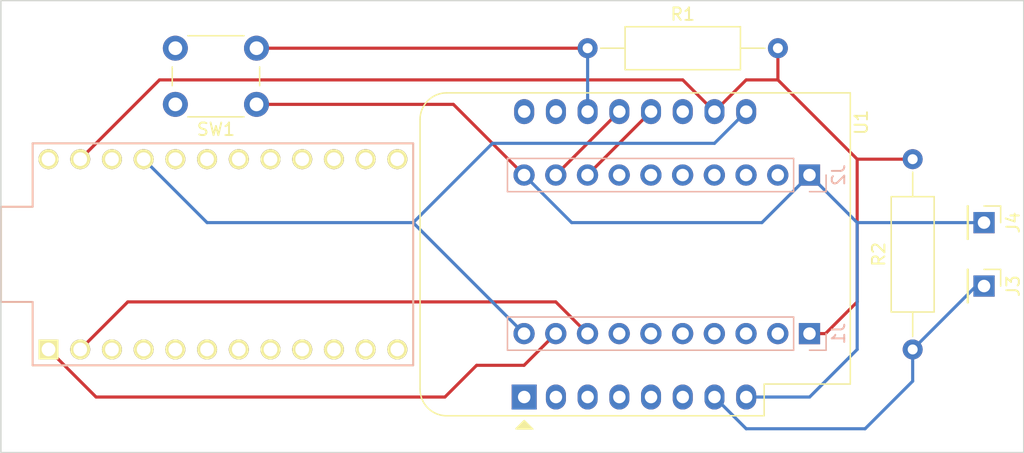
<source format=kicad_pcb>
(kicad_pcb (version 20221018) (generator pcbnew)
  (layers (0 "F.Cu" signal) (31 "B.Cu" signal) (34 "B.Paste" user) (35 "F.Paste" user) (36 "B.SilkS" user "B.Silkscreen") (37 "F.SilkS" user "F.Silkscreen") (38 "B.Mask" user) (39 "F.Mask" user) (44 "Edge.Cuts" user))
  (net 0 "")
  (net 1 "Net-(U1-GND)")
  (net 8 "Net-(U2-RX)")
  (net 9 "Net-(U2-TX)")
  (net 10 "Net-(U1-5V)")
  (net 11 "Net-(U1-3V3)")
  (net 18 "Net-(U1-D3)")
  (net 19 "Net-(U1-SDA{slash}D2)")
  (net 26 "Net-(U1-SCL{slash}D1)")
  (net 49 "Net-(U1-CS{slash}D8)")
  (footprint "Connector_PinHeader_2.54mm:PinHeader_1x01_P2.54mm_Vertical" (layer "F.Cu") (at 195.58 97.79 -90)
    (fp_text reference "J4" (at 0 -2.33 90) (layer "F.SilkS"))
    (fp_text value "PINHD_1x1_Male" hide)
    (fp_line (start -1.33 -1.33) (end 0 -1.33) (stroke (width 0.12)) (layer "F.SilkS"))
    (fp_line (start -1.33 0) (end -1.33 -1.33) (stroke (width 0.12)) (layer "F.SilkS"))
    (fp_line (start -1.33 1.27) (end -1.33 1.33) (stroke (width 0.12)) (layer "F.SilkS"))
    (fp_line (start -1.33 1.27) (end 1.33 1.27) (stroke (width 0.12)) (layer "F.SilkS"))
    (fp_line (start -1.33 1.33) (end 1.33 1.33) (stroke (width 0.12)) (layer "F.SilkS"))
    (fp_line (start 1.33 1.27) (end 1.33 1.33) (stroke (width 0.12)) (layer "F.SilkS"))
    (pad "1" thru_hole rect (at 0 0 270) (size 1.7 1.7) (drill 1) (layers "*.Cu" "*.Mask") (net 11 "Net-(U1-3V3)"))
  )
  (footprint "Kentone:ProMicro" (layer "F.Cu") (at 134.62 100.33)
    (fp_text reference "U2" hide)
    (fp_text value "ProMicro")
    (fp_line (start -17.78 -3.81) (end -15.24 -3.81) (stroke (width 0.15)) (layer "B.SilkS"))
    (fp_line (start -17.78 3.81) (end -17.78 -3.81) (stroke (width 0.15)) (layer "B.SilkS"))
    (fp_line (start -15.24 -8.89) (end 15.24 -8.89) (stroke (width 0.15)) (layer "B.SilkS"))
    (fp_line (start -15.24 -3.81) (end -15.24 -8.89) (stroke (width 0.15)) (layer "B.SilkS"))
    (fp_line (start -15.24 3.81) (end -17.78 3.81) (stroke (width 0.15)) (layer "B.SilkS"))
    (fp_line (start -15.24 8.89) (end -15.24 3.81) (stroke (width 0.15)) (layer "B.SilkS"))
    (fp_line (start 15.24 -8.89) (end 15.24 8.89) (stroke (width 0.15)) (layer "B.SilkS"))
    (fp_line (start 15.24 8.89) (end -15.24 8.89) (stroke (width 0.15)) (layer "B.SilkS"))
    (fp_line (start -17.78 -3.81) (end -15.24 -3.81) (stroke (width 0.15)) (layer "F.SilkS"))
    (fp_line (start -17.78 3.81) (end -17.78 -3.81) (stroke (width 0.15)) (layer "F.SilkS"))
    (fp_line (start -15.24 -8.89) (end 15.24 -8.89) (stroke (width 0.15)) (layer "F.SilkS"))
    (fp_line (start -15.24 -3.81) (end -15.24 -8.89) (stroke (width 0.15)) (layer "F.SilkS"))
    (fp_line (start -15.24 3.81) (end -17.78 3.81) (stroke (width 0.15)) (layer "F.SilkS"))
    (fp_line (start -15.24 8.89) (end -15.24 3.81) (stroke (width 0.15)) (layer "F.SilkS"))
    (fp_line (start -15.24 8.89) (end 15.24 8.89) (stroke (width 0.15)) (layer "F.SilkS"))
    (fp_line (start 15.24 -8.89) (end 15.24 8.89) (stroke (width 0.15)) (layer "F.SilkS"))
    (pad "1" thru_hole rect (at -13.97 7.62) (size 1.6 1.6) (drill 1.1) (layers "*.Cu" "*.Mask" "F.SilkS") (net 9 "Net-(U2-TX)"))
    (pad "2" thru_hole circle (at -11.43 7.62) (size 1.6 1.6) (drill 1.1) (layers "*.Cu" "*.Mask" "F.SilkS") (net 8 "Net-(U2-RX)"))
    (pad "3" thru_hole circle (at -8.89 7.62) (size 1.6 1.6) (drill 1.1) (layers "*.Cu" "*.Mask" "F.SilkS"))
    (pad "4" thru_hole circle (at -6.35 7.62) (size 1.6 1.6) (drill 1.1) (layers "*.Cu" "*.Mask" "F.SilkS"))
    (pad "5" thru_hole circle (at -3.81 7.62) (size 1.6 1.6) (drill 1.1) (layers "*.Cu" "*.Mask" "F.SilkS"))
    (pad "6" thru_hole circle (at -1.27 7.62) (size 1.6 1.6) (drill 1.1) (layers "*.Cu" "*.Mask" "F.SilkS"))
    (pad "7" thru_hole circle (at 1.27 7.62) (size 1.6 1.6) (drill 1.1) (layers "*.Cu" "*.Mask" "F.SilkS"))
    (pad "8" thru_hole circle (at 3.81 7.62) (size 1.6 1.6) (drill 1.1) (layers "*.Cu" "*.Mask" "F.SilkS"))
    (pad "9" thru_hole circle (at 6.35 7.62) (size 1.6 1.6) (drill 1.1) (layers "*.Cu" "*.Mask" "F.SilkS"))
    (pad "10" thru_hole circle (at 8.89 7.62) (size 1.6 1.6) (drill 1.1) (layers "*.Cu" "*.Mask" "F.SilkS"))
    (pad "11" thru_hole circle (at 11.43 7.62) (size 1.6 1.6) (drill 1.1) (layers "*.Cu" "*.Mask" "F.SilkS"))
    (pad "12" thru_hole circle (at 13.97 7.62) (size 1.6 1.6) (drill 1.1) (layers "*.Cu" "*.Mask" "F.SilkS"))
    (pad "13" thru_hole circle (at 13.97 -7.62) (size 1.6 1.6) (drill 1.1) (layers "*.Cu" "*.Mask" "F.SilkS"))
    (pad "14" thru_hole circle (at 11.43 -7.62) (size 1.6 1.6) (drill 1.1) (layers "*.Cu" "*.Mask" "F.SilkS"))
    (pad "15" thru_hole circle (at 8.89 -7.62) (size 1.6 1.6) (drill 1.1) (layers "*.Cu" "*.Mask" "F.SilkS"))
    (pad "16" thru_hole circle (at 6.35 -7.62) (size 1.6 1.6) (drill 1.1) (layers "*.Cu" "*.Mask" "F.SilkS"))
    (pad "17" thru_hole circle (at 3.81 -7.62) (size 1.6 1.6) (drill 1.1) (layers "*.Cu" "*.Mask" "F.SilkS"))
    (pad "18" thru_hole circle (at 1.27 -7.62) (size 1.6 1.6) (drill 1.1) (layers "*.Cu" "*.Mask" "F.SilkS"))
    (pad "19" thru_hole circle (at -1.27 -7.62) (size 1.6 1.6) (drill 1.1) (layers "*.Cu" "*.Mask" "F.SilkS"))
    (pad "20" thru_hole circle (at -3.81 -7.62) (size 1.6 1.6) (drill 1.1) (layers "*.Cu" "*.Mask" "F.SilkS"))
    (pad "21" thru_hole circle (at -6.35 -7.62) (size 1.6 1.6) (drill 1.1) (layers "*.Cu" "*.Mask" "F.SilkS") (net 10 "Net-(U1-5V)"))
    (pad "22" thru_hole circle (at -8.89 -7.62) (size 1.6 1.6) (drill 1.1) (layers "*.Cu" "*.Mask" "F.SilkS"))
    (pad "23" thru_hole circle (at -11.43 -7.62) (size 1.6 1.6) (drill 1.1) (layers "*.Cu" "*.Mask" "F.SilkS") (net 1 "Net-(U1-GND)"))
    (pad "24" thru_hole circle (at -13.97 -7.62) (size 1.6 1.6) (drill 1.1) (layers "*.Cu" "*.Mask" "F.SilkS"))
  )
  (footprint "Module:WEMOS_D1_mini_light" (layer "F.Cu") (at 158.75 111.76 90)
    (fp_text reference "U1" (at 22 27 90) (layer "F.SilkS"))
    (fp_text value "WeMos_D1_mini")
    (fp_line (start -1.5 19.22) (end -1.5 -6.21) (stroke (width 0.12)) (layer "F.SilkS"))
    (fp_line (start -1.5 19.22) (end 1.04 19.22) (stroke (width 0.12)) (layer "F.SilkS"))
    (fp_line (start 1.04 19.22) (end 1.04 26.12) (stroke (width 0.12)) (layer "F.SilkS"))
    (fp_line (start 1.04 26.12) (end 24.36 26.12) (stroke (width 0.12)) (layer "F.SilkS"))
    (fp_line (start 22.24 -8.34) (end 0.63 -8.34) (stroke (width 0.12)) (layer "F.SilkS"))
    (fp_line (start 24.36 26.12) (end 24.36 -6.21) (stroke (width 0.12)) (layer "F.SilkS"))
    (fp_arc (start -1.5 -6.21) (mid -0.876137 -7.716137) (end 0.63 -8.34) (stroke (width 0.12)) (layer "F.SilkS"))
    (fp_arc (start 22.23 -8.34) (mid 23.736137 -7.716137) (end 24.36 -6.21) (stroke (width 0.12)) (layer "F.SilkS"))
    (fp_poly (pts (xy -2.54 -0.635) (xy -2.54 0.635) (xy -1.905 0)) (stroke (width 0.15)) (fill solid) (layer "F.SilkS"))
    (pad "1" thru_hole rect (at 0 0 90) (size 2 2) (drill 1) (layers "*.Cu" "*.Mask"))
    (pad "2" thru_hole oval (at 0 2.54 90) (size 2 1.6) (drill 1) (layers "*.Cu" "*.Mask"))
    (pad "3" thru_hole oval (at 0 5.08 90) (size 2 1.6) (drill 1) (layers "*.Cu" "*.Mask"))
    (pad "4" thru_hole oval (at 0 7.62 90) (size 2 1.6) (drill 1) (layers "*.Cu" "*.Mask"))
    (pad "5" thru_hole oval (at 0 10.16 90) (size 2 1.6) (drill 1) (layers "*.Cu" "*.Mask"))
    (pad "6" thru_hole oval (at 0 12.7 90) (size 2 1.6) (drill 1) (layers "*.Cu" "*.Mask"))
    (pad "7" thru_hole oval (at 0 15.24 90) (size 2 1.6) (drill 1) (layers "*.Cu" "*.Mask") (net 49 "Net-(U1-CS{slash}D8)"))
    (pad "8" thru_hole oval (at 0 17.78 90) (size 2 1.6) (drill 1) (layers "*.Cu" "*.Mask") (net 11 "Net-(U1-3V3)"))
    (pad "9" thru_hole oval (at 22.86 17.78 90) (size 2 1.6) (drill 1) (layers "*.Cu" "*.Mask") (net 10 "Net-(U1-5V)"))
    (pad "10" thru_hole oval (at 22.86 15.24 90) (size 2 1.6) (drill 1) (layers "*.Cu" "*.Mask") (net 1 "Net-(U1-GND)"))
    (pad "11" thru_hole oval (at 22.86 12.7 90) (size 2 1.6) (drill 1) (layers "*.Cu" "*.Mask"))
    (pad "12" thru_hole oval (at 22.86 10.16 90) (size 2 1.6) (drill 1) (layers "*.Cu" "*.Mask") (net 18 "Net-(U1-D3)"))
    (pad "13" thru_hole oval (at 22.86 7.62 90) (size 2 1.6) (drill 1) (layers "*.Cu" "*.Mask") (net 19 "Net-(U1-SDA{slash}D2)"))
    (pad "14" thru_hole oval (at 22.86 5.08 90) (size 2 1.6) (drill 1) (layers "*.Cu" "*.Mask") (net 26 "Net-(U1-SCL{slash}D1)"))
    (pad "15" thru_hole oval (at 22.86 2.54 90) (size 2 1.6) (drill 1) (layers "*.Cu" "*.Mask"))
    (pad "16" thru_hole oval (at 22.86 0 90) (size 2 1.6) (drill 1) (layers "*.Cu" "*.Mask"))
  )
  (footprint "Resistor_THT:R_Axial_DIN0309_L9.0mm_D3.2mm_P15.24mm_Horizontal" (layer "F.Cu") (at 163.83 83.82)
    (fp_text reference "R1" (at 7.62 -2.72) (layer "F.SilkS"))
    (fp_text value "Resistor_0.5W" hide)
    (fp_line (start 1.04 0) (end 3 0) (stroke (width 0.12)) (layer "F.SilkS"))
    (fp_line (start 3 -1.72) (end 3 1.72) (stroke (width 0.12)) (layer "F.SilkS"))
    (fp_line (start 3 1.72) (end 12.24 1.72) (stroke (width 0.12)) (layer "F.SilkS"))
    (fp_line (start 12.24 -1.72) (end 3 -1.72) (stroke (width 0.12)) (layer "F.SilkS"))
    (fp_line (start 12.24 1.72) (end 12.24 -1.72) (stroke (width 0.12)) (layer "F.SilkS"))
    (fp_line (start 14.2 0) (end 12.24 0) (stroke (width 0.12)) (layer "F.SilkS"))
    (pad "1" thru_hole circle (at 0 0) (size 1.6 1.6) (drill 0.8) (layers "*.Cu" "*.Mask") (net 26 "Net-(U1-SCL{slash}D1)"))
    (pad "2" thru_hole oval (at 15.24 0) (size 1.6 1.6) (drill 0.8) (layers "*.Cu" "*.Mask") (net 1 "Net-(U1-GND)"))
  )
  (footprint "Connector_PinHeader_2.54mm:PinHeader_1x01_P2.54mm_Vertical" (layer "F.Cu") (at 195.58 102.87 -90)
    (fp_text reference "J3" (at 0 -2.33 90) (layer "F.SilkS"))
    (fp_text value "PINHD_1x1_Male" hide)
    (fp_line (start -1.33 -1.33) (end 0 -1.33) (stroke (width 0.12)) (layer "F.SilkS"))
    (fp_line (start -1.33 0) (end -1.33 -1.33) (stroke (width 0.12)) (layer "F.SilkS"))
    (fp_line (start -1.33 1.27) (end -1.33 1.33) (stroke (width 0.12)) (layer "F.SilkS"))
    (fp_line (start -1.33 1.27) (end 1.33 1.27) (stroke (width 0.12)) (layer "F.SilkS"))
    (fp_line (start -1.33 1.33) (end 1.33 1.33) (stroke (width 0.12)) (layer "F.SilkS"))
    (fp_line (start 1.33 1.27) (end 1.33 1.33) (stroke (width 0.12)) (layer "F.SilkS"))
    (pad "1" thru_hole rect (at 0 0 270) (size 1.7 1.7) (drill 1) (layers "*.Cu" "*.Mask") (net 49 "Net-(U1-CS{slash}D8)"))
  )
  (footprint "Resistor_THT:R_Axial_DIN0309_L9.0mm_D3.2mm_P15.24mm_Horizontal" (layer "F.Cu") (at 189.865 107.95 90)
    (fp_text reference "R2" (at 7.62 -2.72 90) (layer "F.SilkS"))
    (fp_text value "Resistor_0.5W" hide)
    (fp_line (start 1.04 0) (end 3 0) (stroke (width 0.12)) (layer "F.SilkS"))
    (fp_line (start 3 -1.72) (end 3 1.72) (stroke (width 0.12)) (layer "F.SilkS"))
    (fp_line (start 3 1.72) (end 12.24 1.72) (stroke (width 0.12)) (layer "F.SilkS"))
    (fp_line (start 12.24 -1.72) (end 3 -1.72) (stroke (width 0.12)) (layer "F.SilkS"))
    (fp_line (start 12.24 1.72) (end 12.24 -1.72) (stroke (width 0.12)) (layer "F.SilkS"))
    (fp_line (start 14.2 0) (end 12.24 0) (stroke (width 0.12)) (layer "F.SilkS"))
    (pad "1" thru_hole circle (at 0 0 90) (size 1.6 1.6) (drill 0.8) (layers "*.Cu" "*.Mask") (net 49 "Net-(U1-CS{slash}D8)"))
    (pad "2" thru_hole oval (at 15.24 0 90) (size 1.6 1.6) (drill 0.8) (layers "*.Cu" "*.Mask") (net 1 "Net-(U1-GND)"))
  )
  (footprint "Button_Switch_THT:SW_PUSH_6mm" (layer "F.Cu") (at 137.31 88.32 180)
    (fp_text reference "SW1" (at 3.25 -2) (layer "F.SilkS"))
    (fp_text value "Push_Button" hide)
    (fp_line (start -0.25 1.5) (end -0.25 3) (stroke (width 0.12)) (layer "F.SilkS"))
    (fp_line (start 1 5.5) (end 5.5 5.5) (stroke (width 0.12)) (layer "F.SilkS"))
    (fp_line (start 5.5 -1) (end 1 -1) (stroke (width 0.12)) (layer "F.SilkS"))
    (fp_line (start 6.75 3) (end 6.75 1.5) (stroke (width 0.12)) (layer "F.SilkS"))
    (pad "1" thru_hole circle (at 0 0 270) (size 2 2) (drill 1.1) (layers "*.Cu" "*.Mask") (net 11 "Net-(U1-3V3)"))
    (pad "1" thru_hole circle (at 6.5 0 270) (size 2 2) (drill 1.1) (layers "*.Cu" "*.Mask") (net 11 "Net-(U1-3V3)"))
    (pad "2" thru_hole circle (at 0 4.5 270) (size 2 2) (drill 1.1) (layers "*.Cu" "*.Mask") (net 26 "Net-(U1-SCL{slash}D1)"))
    (pad "2" thru_hole circle (at 6.5 4.5 270) (size 2 2) (drill 1.1) (layers "*.Cu" "*.Mask") (net 26 "Net-(U1-SCL{slash}D1)"))
  )
  (footprint "Connector_PinHeader_2.54mm:PinHeader_1x10_P2.54mm_Vertical" (layer "B.Cu") (at 181.6 93.98 90)
    (fp_text reference "J2" (at 0 2.33 90) (layer "B.SilkS") (effects (justify mirror)))
    (fp_text value "PINHD_1x10_Male" hide)
    (fp_line (start -1.33 -24.19) (end 1.33 -24.19) (stroke (width 0.12)) (layer "B.SilkS"))
    (fp_line (start -1.33 -1.27) (end -1.33 -24.19) (stroke (width 0.12)) (layer "B.SilkS"))
    (fp_line (start -1.33 -1.27) (end 1.33 -1.27) (stroke (width 0.12)) (layer "B.SilkS"))
    (fp_line (start -1.33 0) (end -1.33 1.33) (stroke (width 0.12)) (layer "B.SilkS"))
    (fp_line (start -1.33 1.33) (end 0 1.33) (stroke (width 0.12)) (layer "B.SilkS"))
    (fp_line (start 1.33 -1.27) (end 1.33 -24.19) (stroke (width 0.12)) (layer "B.SilkS"))
    (pad "1" thru_hole rect (at 0 0 90) (size 1.7 1.7) (drill 1) (layers "*.Cu" "*.Mask") (net 11 "Net-(U1-3V3)"))
    (pad "2" thru_hole oval (at 0 -2.54 90) (size 1.7 1.7) (drill 1) (layers "*.Cu" "*.Mask"))
    (pad "3" thru_hole oval (at 0 -5.08 90) (size 1.7 1.7) (drill 1) (layers "*.Cu" "*.Mask"))
    (pad "4" thru_hole oval (at 0 -7.62 90) (size 1.7 1.7) (drill 1) (layers "*.Cu" "*.Mask"))
    (pad "5" thru_hole oval (at 0 -10.16 90) (size 1.7 1.7) (drill 1) (layers "*.Cu" "*.Mask"))
    (pad "6" thru_hole oval (at 0 -12.7 90) (size 1.7 1.7) (drill 1) (layers "*.Cu" "*.Mask"))
    (pad "7" thru_hole oval (at 0 -15.24 90) (size 1.7 1.7) (drill 1) (layers "*.Cu" "*.Mask"))
    (pad "8" thru_hole oval (at 0 -17.78 90) (size 1.7 1.7) (drill 1) (layers "*.Cu" "*.Mask") (net 18 "Net-(U1-D3)"))
    (pad "9" thru_hole oval (at 0 -20.32 90) (size 1.7 1.7) (drill 1) (layers "*.Cu" "*.Mask") (net 19 "Net-(U1-SDA{slash}D2)"))
    (pad "10" thru_hole oval (at 0 -22.86 90) (size 1.7 1.7) (drill 1) (layers "*.Cu" "*.Mask") (net 11 "Net-(U1-3V3)"))
  )
  (footprint "Connector_PinHeader_2.54mm:PinHeader_1x10_P2.54mm_Vertical" (layer "B.Cu") (at 181.6 106.68 90)
    (fp_text reference "J1" (at 0 2.33 90) (layer "B.SilkS") (effects (justify mirror)))
    (fp_text value "PINHD_1x10_Male" hide)
    (fp_line (start -1.33 -24.19) (end 1.33 -24.19) (stroke (width 0.12)) (layer "B.SilkS"))
    (fp_line (start -1.33 -1.27) (end -1.33 -24.19) (stroke (width 0.12)) (layer "B.SilkS"))
    (fp_line (start -1.33 -1.27) (end 1.33 -1.27) (stroke (width 0.12)) (layer "B.SilkS"))
    (fp_line (start -1.33 0) (end -1.33 1.33) (stroke (width 0.12)) (layer "B.SilkS"))
    (fp_line (start -1.33 1.33) (end 0 1.33) (stroke (width 0.12)) (layer "B.SilkS"))
    (fp_line (start 1.33 -1.27) (end 1.33 -24.19) (stroke (width 0.12)) (layer "B.SilkS"))
    (pad "1" thru_hole rect (at 0 0 90) (size 1.7 1.7) (drill 1) (layers "*.Cu" "*.Mask") (net 1 "Net-(U1-GND)"))
    (pad "2" thru_hole oval (at 0 -2.54 90) (size 1.7 1.7) (drill 1) (layers "*.Cu" "*.Mask"))
    (pad "3" thru_hole oval (at 0 -5.08 90) (size 1.7 1.7) (drill 1) (layers "*.Cu" "*.Mask"))
    (pad "4" thru_hole oval (at 0 -7.62 90) (size 1.7 1.7) (drill 1) (layers "*.Cu" "*.Mask"))
    (pad "5" thru_hole oval (at 0 -10.16 90) (size 1.7 1.7) (drill 1) (layers "*.Cu" "*.Mask"))
    (pad "6" thru_hole oval (at 0 -12.7 90) (size 1.7 1.7) (drill 1) (layers "*.Cu" "*.Mask"))
    (pad "7" thru_hole oval (at 0 -15.24 90) (size 1.7 1.7) (drill 1) (layers "*.Cu" "*.Mask"))
    (pad "8" thru_hole oval (at 0 -17.78 90) (size 1.7 1.7) (drill 1) (layers "*.Cu" "*.Mask") (net 8 "Net-(U2-RX)"))
    (pad "9" thru_hole oval (at 0 -20.32 90) (size 1.7 1.7) (drill 1) (layers "*.Cu" "*.Mask") (net 9 "Net-(U2-TX)"))
    (pad "10" thru_hole oval (at 0 -22.86 90) (size 1.7 1.7) (drill 1) (layers "*.Cu" "*.Mask") (net 10 "Net-(U1-5V)"))
  )
  (gr_rect (start 116.84 80.01) (end 198.755 116.205) (stroke (width 0.1)) (fill none) (layer "Edge.Cuts"))
  (segment (start 171.45 86.36) (end 129.54 86.36) (width 0.25) (layer "F.Cu") (net 1))
  (segment (start 189.865 92.71) (end 185.42 92.71) (width 0.25) (layer "F.Cu") (net 1))
  (segment (start 129.54 86.36) (end 123.19 92.71) (width 0.25) (layer "F.Cu") (net 1))
  (segment (start 173.99 88.9) (end 171.45 86.36) (width 0.25) (layer "F.Cu") (net 1))
  (segment (start 185.42 92.71) (end 179.07 86.36) (width 0.25) (layer "F.Cu") (net 1))
  (segment (start 176.53 86.36) (end 173.99 88.9) (width 0.25) (layer "F.Cu") (net 1))
  (segment (start 182.88 106.68) (end 185.42 104.14) (width 0.25) (layer "F.Cu") (net 1))
  (segment (start 179.07 86.36) (end 176.53 86.36) (width 0.25) (layer "F.Cu") (net 1))
  (segment (start 179.07 83.82) (end 179.07 86.36) (width 0.25) (layer "F.Cu") (net 1))
  (segment (start 181.6 106.68) (end 182.88 106.68) (width 0.25) (layer "F.Cu") (net 1))
  (segment (start 185.42 104.14) (end 185.42 92.71) (width 0.25) (layer "F.Cu") (net 1))
  (segment (start 127 104.14) (end 123.19 107.95) (width 0.25) (layer "F.Cu") (net 8))
  (segment (start 163.82 106.68) (end 161.28 104.14) (width 0.25) (layer "F.Cu") (net 8))
  (segment (start 161.28 104.14) (end 127 104.14) (width 0.25) (layer "F.Cu") (net 8))
  (segment (start 124.46 111.76) (end 120.65 107.95) (width 0.25) (layer "F.Cu") (net 9))
  (segment (start 152.4 111.76) (end 124.46 111.76) (width 0.25) (layer "F.Cu") (net 9))
  (segment (start 161.28 106.68) (end 158.74 109.22) (width 0.25) (layer "F.Cu") (net 9))
  (segment (start 154.94 109.22) (end 152.4 111.76) (width 0.25) (layer "F.Cu") (net 9))
  (segment (start 158.74 109.22) (end 154.94 109.22) (width 0.25) (layer "F.Cu") (net 9))
  (segment (start 149.86 97.8) (end 149.86 97.79) (width 0.25) (layer "B.Cu") (net 10))
  (segment (start 176.53 88.9) (end 173.99 91.44) (width 0.25) (layer "B.Cu") (net 10))
  (segment (start 149.86 97.79) (end 133.35 97.79) (width 0.25) (layer "B.Cu") (net 10))
  (segment (start 173.99 91.44) (end 156.21 91.44) (width 0.25) (layer "B.Cu") (net 10))
  (segment (start 158.74 106.68) (end 149.86 97.8) (width 0.25) (layer "B.Cu") (net 10))
  (segment (start 156.21 91.44) (end 149.86 97.79) (width 0.25) (layer "B.Cu") (net 10))
  (segment (start 133.35 97.79) (end 128.27 92.71) (width 0.25) (layer "B.Cu") (net 10))
  (segment (start 137.31 88.32) (end 153.08 88.32) (width 0.25) (layer "F.Cu") (net 11))
  (segment (start 153.08 88.32) (end 158.74 93.98) (width 0.25) (layer "F.Cu") (net 11))
  (segment (start 181.61 111.76) (end 176.53 111.76) (width 0.25) (layer "B.Cu") (net 11))
  (segment (start 185.42 97.79) (end 185.42 107.95) (width 0.25) (layer "B.Cu") (net 11))
  (segment (start 181.6 93.98) (end 177.79 97.79) (width 0.25) (layer "B.Cu") (net 11))
  (segment (start 185.42 107.95) (end 181.61 111.76) (width 0.25) (layer "B.Cu") (net 11))
  (segment (start 181.6 93.98) (end 181.61 93.98) (width 0.25) (layer "B.Cu") (net 11))
  (segment (start 177.79 97.79) (end 162.55 97.79) (width 0.25) (layer "B.Cu") (net 11))
  (segment (start 181.61 93.98) (end 185.42 97.79) (width 0.25) (layer "B.Cu") (net 11))
  (segment (start 162.55 97.79) (end 158.74 93.98) (width 0.25) (layer "B.Cu") (net 11))
  (segment (start 195.58 97.79) (end 185.42 97.79) (width 0.25) (layer "B.Cu") (net 11))
  (segment (start 163.82 93.98) (end 168.9 88.9) (width 0.25) (layer "F.Cu") (net 18))
  (segment (start 168.9 88.9) (end 168.91 88.9) (width 0.25) (layer "F.Cu") (net 18))
  (segment (start 166.36 88.9) (end 166.37 88.9) (width 0.25) (layer "F.Cu") (net 19))
  (segment (start 161.28 93.98) (end 166.36 88.9) (width 0.25) (layer "F.Cu") (net 19))
  (segment (start 137.31 83.82) (end 163.83 83.82) (width 0.25) (layer "F.Cu") (net 26))
  (segment (start 163.83 83.82) (end 163.83 88.9) (width 0.25) (layer "B.Cu") (net 26))
  (segment (start 189.865 107.95) (end 189.865 110.49) (width 0.25) (layer "B.Cu") (net 49))
  (segment (start 195.58 102.87) (end 194.945 102.87) (width 0.25) (layer "B.Cu") (net 49))
  (segment (start 194.945 102.87) (end 189.865 107.95) (width 0.25) (layer "B.Cu") (net 49))
  (segment (start 189.865 110.49) (end 186.055 114.3) (width 0.25) (layer "B.Cu") (net 49))
  (segment (start 176.53 114.3) (end 173.99 111.76) (width 0.25) (layer "B.Cu") (net 49))
  (segment (start 186.055 114.3) (end 176.53 114.3) (width 0.25) (layer "B.Cu") (net 49))
)
</source>
